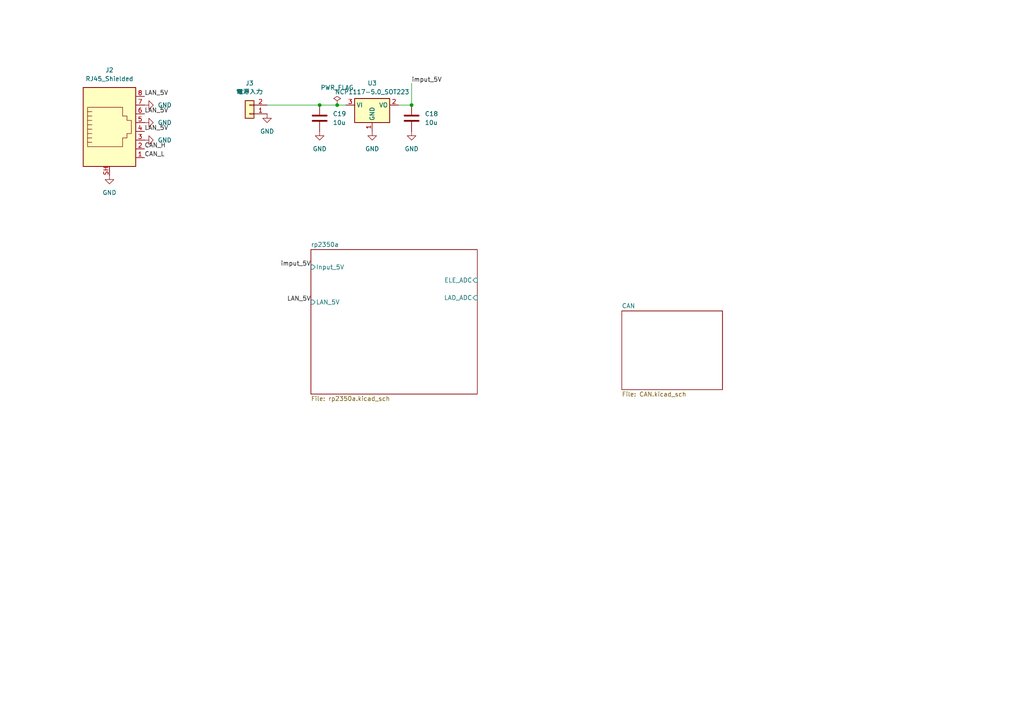
<source format=kicad_sch>
(kicad_sch (version 20250114) (generator "eeschema") (generator_version "9.0")
  (paper "A4")
  (lib_symbols
    (symbol "Connector:RJ45_Shielded" (pin_names (offset 1.016))
      (property "Reference" "J" (at -5.08 13.97 0))
      (property "Value" "RJ45_Shielded" (at 2.54 13.97 0))
      (symbol "RJ45_Shielded_0_1"
        (polyline (pts (xy -6.35 1.905) (xy -5.08 1.905) (xy -5.08 1.905)))
        (polyline (pts (xy -6.35 0.635) (xy -5.08 0.635) (xy -5.08 0.635)))
        (polyline (pts (xy -6.35 -0.635) (xy -5.08 -0.635) (xy -5.08 -0.635)))
        (polyline (pts (xy -6.35 -1.905) (xy -5.08 -1.905) (xy -5.08 -1.905)))
        (polyline (pts (xy -6.35 -3.175) (xy -5.08 -3.175) (xy -5.08 -3.175)))
        (polyline (pts (xy -6.35 -4.445) (xy -6.35 6.985) (xy 3.81 6.985) (xy 3.81 4.445) (xy 5.08 4.445) (xy 5.08 3.175) (xy 6.35 3.175) (xy 6.35 -0.635) (xy 5.08 -0.635) (xy 5.08 -1.905) (xy 3.81 -1.905) (xy 3.81 -4.445) (xy -6.35 -4.445) (xy -6.35 -4.445)))
        (polyline (pts (xy -5.08 5.715) (xy -6.35 5.715)))
        (polyline (pts (xy -5.08 4.445) (xy -6.35 4.445)))
        (polyline (pts (xy -5.08 3.175) (xy -6.35 3.175) (xy -6.35 3.175)))
        (rectangle (start 7.62 12.7) (end -7.62 -10.16) (stroke (width 0.254)) (fill (type background)))
      )
      (symbol "RJ45_Shielded_1_1"
        (pin passive line (at 0 -12.7 90) (length 2.54) (name "~") (number "SH"))
        (pin passive line (at 10.16 10.16 180) (length 2.54) (name "~") (number "8"))
        (pin passive line (at 10.16 7.62 180) (length 2.54) (name "~") (number "7"))
        (pin passive line (at 10.16 5.08 180) (length 2.54) (name "~") (number "6"))
        (pin passive line (at 10.16 2.54 180) (length 2.54) (name "~") (number "5"))
        (pin passive line (at 10.16 0 180) (length 2.54) (name "~") (number "4"))
        (pin passive line (at 10.16 -2.54 180) (length 2.54) (name "~") (number "3"))
        (pin passive line (at 10.16 -5.08 180) (length 2.54) (name "~") (number "2"))
        (pin passive line (at 10.16 -7.62 180) (length 2.54) (name "~") (number "1"))
      )
    )
    (symbol "Connector_Generic:Conn_01x02" (pin_names (offset 1.016) (hide yes))
      (property "Reference" "J" (at 0 2.54 0))
      (property "Value" "Conn_01x02" (at 0 -5.08 0))
      (symbol "Conn_01x02_1_1"
        (rectangle (start -1.27 1.27) (end 1.27 -3.81) (stroke (width 0.254)) (fill (type background)))
        (rectangle (start -1.27 0.127) (end 0 -0.127) (stroke (width 0.1524)))
        (rectangle (start -1.27 -2.413) (end 0 -2.667) (stroke (width 0.1524)))
        (pin passive line (at -5.08 0 0) (length 3.81) (name "Pin_1") (number "1"))
        (pin passive line (at -5.08 -2.54 0) (length 3.81) (name "Pin_2") (number "2"))
      )
    )
    (symbol "Device:C" (pin_numbers (hide yes)) (pin_names (offset 0.254))
      (property "Reference" "C" (at 0.635 2.54 0))
      (property "Value" "C" (at 0.635 -2.54 0))
      (symbol "C_0_1"
        (polyline (pts (xy -2.032 0.762) (xy 2.032 0.762)) (stroke (width 0.508)))
        (polyline (pts (xy -2.032 -0.762) (xy 2.032 -0.762)) (stroke (width 0.508)))
      )
      (symbol "C_1_1"
        (pin passive line (at 0 3.81 270) (length 2.794) (name "~") (number "1"))
        (pin passive line (at 0 -3.81 90) (length 2.794) (name "~") (number "2"))
      )
    )
    (symbol "Regulator_Linear:NCP1117-5.0_SOT223"
      (property "Reference" "U" (at -3.81 3.175 0))
      (property "Value" "NCP1117-5.0_SOT223" (at 0 3.175 0))
      (symbol "NCP1117-5.0_SOT223_0_1"
        (rectangle (start -5.08 -5.08) (end 5.08 1.905) (stroke (width 0.254)) (fill (type background)))
      )
      (symbol "NCP1117-5.0_SOT223_1_1"
        (pin power_in line (at -7.62 0 0) (length 2.54) (name "VI") (number "3"))
        (pin power_in line (at 0 -7.62 90) (length 2.54) (name "GND") (number "1"))
        (pin power_out line (at 7.62 0 180) (length 2.54) (name "VO") (number "2"))
      )
    )
    (symbol "power:GND" (power) (pin_numbers (hide yes)) (pin_names (offset 0) (hide yes))
      (property "Value" "GND" (at 0 -3.81 0))
      (symbol "GND_0_1"
        (polyline (pts (xy 0 0) (xy 0 -1.27) (xy 1.27 -1.27) (xy 0 -2.54) (xy -1.27 -1.27) (xy 0 -1.27)))
      )
      (symbol "GND_1_1"
        (pin power_in line (at 0 0 270) (length 0) (name "~") (number "1"))
      )
    )
    (symbol "power:PWR_FLAG" (power) (pin_numbers (hide yes)) (pin_names (offset 0) (hide yes))
      (property "Value" "PWR_FLAG" (at 0 3.81 0))
      (symbol "PWR_FLAG_0_0"
        (pin power_out line (at 0 0 90) (length 0) (name "~") (number "1"))
      )
      (symbol "PWR_FLAG_0_1"
        (polyline (pts (xy 0 0) (xy 0 1.27) (xy -1.016 1.905) (xy 0 2.54) (xy 1.016 1.905) (xy 0 1.27)))
      )
    )
  )
  (junction (at 97.79 30.48))
  (junction (at 92.71 30.48))
  (junction (at 119.38 30.48))
  (wire (pts (xy 97.79 30.48) (xy 100.33 30.48)))
  (wire (pts (xy 115.57 30.48) (xy 119.38 30.48)))
  (wire (pts (xy 119.38 24.13) (xy 119.38 30.48)))
  (wire (pts (xy 92.71 30.48) (xy 97.79 30.48)))
  (wire (pts (xy 77.47 30.48) (xy 92.71 30.48)))
  (label "LAN_5V" (at 41.91 33.02 0))
  (label "LAN_5V" (at 41.91 27.94 0))
  (label "CAN_H" (at 41.91 43.18 0))
  (label "imput_5V" (at 119.38 24.13 0))
  (label "imput_5V" (at 90.17 77.47 180))
  (label "LAN_5V" (at 41.91 38.1 0))
  (label "LAN_5V" (at 90.17 87.63 180))
  (label "CAN_L" (at 41.91 45.72 0))
  (symbol (lib_id "power:GND") (at 41.91 40.64 90) (unit 1)
    (property "Reference" "#PWR018" (effects (hide yes)))
    (property "Value" "GND" (at 45.72 40.6399 90) (effects (justify right)))
    (property "Description" "Power symbol creates a global label with name \"GND\" , ground" (effects (hide yes)))
  )
  (symbol (lib_id "power:PWR_FLAG") (at 97.79 30.48 0) (unit 1)
    (property "Reference" "#FLG02" (effects (hide yes)))
    (property "Value" "PWR_FLAG" (at 97.79 25.4 0))
    (property "Description" "Special symbol for telling ERC where power comes from" (effects (hide yes)))
  )
  (symbol (lib_id "Device:C") (at 119.38 34.29 0) (unit 1)
    (property "Reference" "C18" (at 123.19 33.0199 0) (effects (justify left)))
    (property "Value" "10u" (at 123.19 35.5599 0) (effects (justify left)))
    (property "Description" "Unpolarized capacitor" (effects (hide yes)))
  )
  (symbol (lib_id "Regulator_Linear:NCP1117-5.0_SOT223") (at 107.95 30.48 0) (unit 1)
    (property "Reference" "U3" (at 107.95 24.13 0))
    (property "Value" "NCP1117-5.0_SOT223" (at 107.95 26.67 0))
    (property "Footprint" "Package_TO_SOT_SMD:SOT-223-3_TabPin2" (effects (hide yes)))
    (property "Datasheet" "http://www.onsemi.com/pub_link/Collateral/NCP1117-D.PDF" (effects (hide yes)))
    (property "Description" "1A Low drop-out regulator, Fixed Output 5V, SOT-223" (effects (hide yes)))
  )
  (symbol (lib_id "Device:C") (at 92.71 34.29 0) (unit 1)
    (property "Reference" "C19" (at 96.52 33.0199 0) (effects (justify left)))
    (property "Value" "10u" (at 96.52 35.5599 0) (effects (justify left)))
    (property "Description" "Unpolarized capacitor" (effects (hide yes)))
  )
  (symbol (lib_id "power:GND") (at 77.47 33.02 0) (unit 1)
    (property "Reference" "#PWR024" (effects (hide yes)))
    (property "Value" "GND" (at 77.47 38.1 0))
    (property "Description" "Power symbol creates a global label with name \"GND\" , ground" (effects (hide yes)))
  )
  (symbol (lib_id "power:GND") (at 92.71 38.1 0) (unit 1)
    (property "Reference" "#PWR022" (effects (hide yes)))
    (property "Value" "GND" (at 92.71 43.18 0))
    (property "Description" "Power symbol creates a global label with name \"GND\" , ground" (effects (hide yes)))
  )
  (symbol (lib_id "power:GND") (at 41.91 30.48 90) (unit 1)
    (property "Reference" "#PWR020" (effects (hide yes)))
    (property "Value" "GND" (at 45.72 30.4799 90) (effects (justify right)))
    (property "Description" "Power symbol creates a global label with name \"GND\" , ground" (effects (hide yes)))
  )
  (symbol (lib_id "power:GND") (at 107.95 38.1 0) (unit 1)
    (property "Reference" "#PWR021" (effects (hide yes)))
    (property "Value" "GND" (at 107.95 43.18 0))
    (property "Description" "Power symbol creates a global label with name \"GND\" , ground" (effects (hide yes)))
  )
  (symbol (lib_id "power:GND") (at 119.38 38.1 0) (unit 1)
    (property "Reference" "#PWR023" (effects (hide yes)))
    (property "Value" "GND" (at 119.38 43.18 0))
    (property "Description" "Power symbol creates a global label with name \"GND\" , ground" (effects (hide yes)))
  )
  (symbol (lib_id "power:GND") (at 31.75 50.8 0) (unit 1)
    (property "Reference" "#PWR017" (effects (hide yes)))
    (property "Value" "GND" (at 31.75 55.88 0))
    (property "Description" "Power symbol creates a global label with name \"GND\" , ground" (effects (hide yes)))
  )
  (symbol (lib_id "Connector_Generic:Conn_01x02") (at 72.39 33.02 180) (unit 1)
    (property "Reference" "J3" (at 72.39 24.13 0))
    (property "Value" "電源入力" (at 72.39 26.67 0))
    (property "Description" "Generic connector, single row, 01x02, script generated (kicad-library-utils/schlib/autogen/connector/)" (effects (hide yes)))
  )
  (symbol (lib_id "Connector:RJ45_Shielded") (at 31.75 38.1 0) (unit 1)
    (property "Reference" "J2" (at 31.75 20.32 0))
    (property "Value" "RJ45_Shielded" (at 31.75 22.86 0))
    (property "Description" "RJ connector, 8P8C (8 positions 8 connected), Shielded" (effects (hide yes)))
  )
  (symbol (lib_id "power:GND") (at 41.91 35.56 90) (unit 1)
    (property "Reference" "#PWR019" (effects (hide yes)))
    (property "Value" "GND" (at 45.72 35.5599 90) (effects (justify right)))
    (property "Description" "Power symbol creates a global label with name \"GND\" , ground" (effects (hide yes)))
  )
  (sheet (at 180.34 90.17) (size 29.21 22.86) (stroke (width 0.1524))
    (property "Sheetname" "CAN" (at 180.34 89.4584 0) (effects (justify left bottom)))
    (property "Sheetfile" "CAN.kicad_sch" (at 180.34 113.6146 0) (effects (justify left top)))
  )
  (sheet (at 90.17 72.39) (size 48.26 41.91) (stroke (width 0.1524))
    (property "Sheetname" "rp2350a" (at 90.17 71.6784 0) (effects (justify left bottom)))
    (property "Sheetfile" "rp2350a.kicad_sch" (at 90.17 114.8846 0) (effects (justify left top)))
    (pin "Input_5V" input (at 90.17 77.47 180))
    (pin "LAN_5V" input (at 90.17 87.63 180))
    (pin "ELE_ADC" input (at 138.43 81.28 0))
    (pin "LAD_ADC" input (at 138.43 86.36 0))
  )
)
</source>
